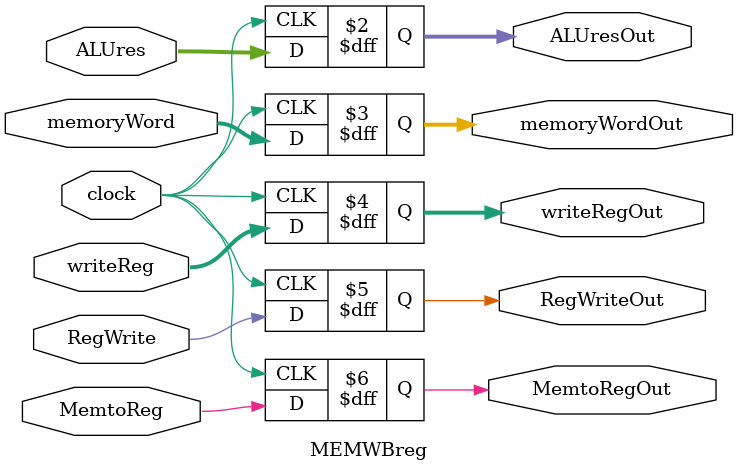
<source format=v>
module MEMWBreg(ALUresOut, memoryWordOut, writeRegOut, RegWriteOut,MemtoRegOut, ALUres, memoryWord, writeReg, RegWrite,MemtoReg, clock);
output  reg[31:0] ALUresOut, memoryWordOut;
output  reg[4:0] writeRegOut;
output  reg RegWriteOut,MemtoRegOut;

input [31:0] ALUres, memoryWord;
input [4:0] writeReg;
input RegWrite,MemtoReg, clock;

always@(posedge clock)
begin
ALUresOut=ALUres;
memoryWordOut=memoryWord;
writeRegOut=writeReg;
RegWriteOut=RegWrite;
MemtoRegOut=MemtoReg;
end

endmodule
</source>
